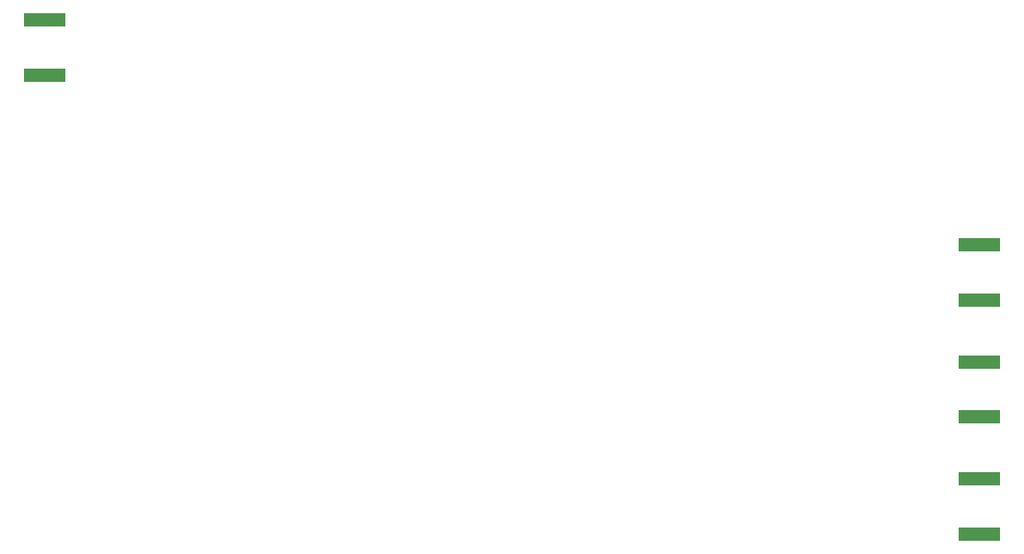
<source format=gbr>
%TF.GenerationSoftware,KiCad,Pcbnew,(6.0.9)*%
%TF.CreationDate,2022-11-09T00:10:41+00:00*%
%TF.ProjectId,Pi_TX_35W_PA,50695f54-585f-4333-9557-5f50412e6b69,rev?*%
%TF.SameCoordinates,Original*%
%TF.FileFunction,Paste,Bot*%
%TF.FilePolarity,Positive*%
%FSLAX46Y46*%
G04 Gerber Fmt 4.6, Leading zero omitted, Abs format (unit mm)*
G04 Created by KiCad (PCBNEW (6.0.9)) date 2022-11-09 00:10:41*
%MOMM*%
%LPD*%
G01*
G04 APERTURE LIST*
%ADD10R,4.200000X1.350000*%
G04 APERTURE END LIST*
D10*
%TO.C,J7*%
X197850000Y-110825000D03*
X197850000Y-105175000D03*
%TD*%
%TO.C,J8*%
X197850000Y-117175000D03*
X197850000Y-122825000D03*
%TD*%
%TO.C,J9*%
X197850000Y-129175000D03*
X197850000Y-134825000D03*
%TD*%
%TO.C,J6*%
X102200000Y-87825000D03*
X102200000Y-82175000D03*
%TD*%
M02*

</source>
